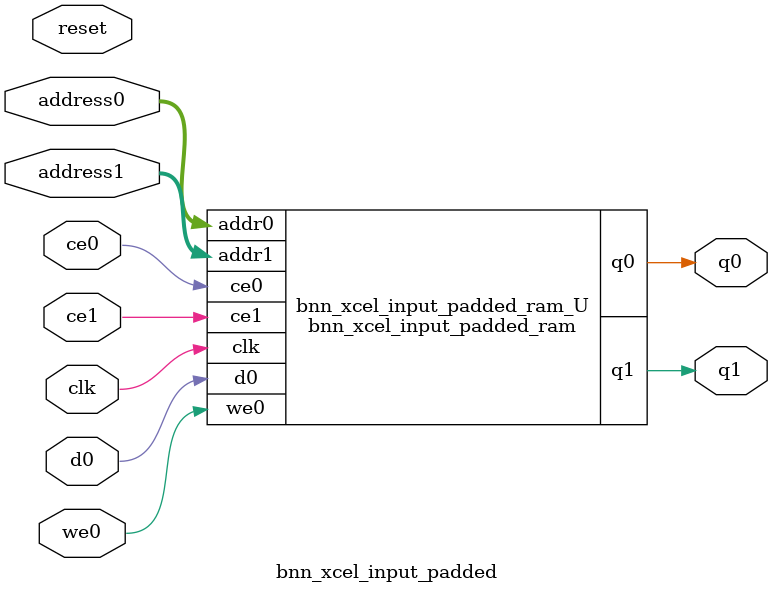
<source format=v>
`timescale 1 ns / 1 ps
module bnn_xcel_input_padded_ram (addr0, ce0, d0, we0, q0, addr1, ce1, q1,  clk);

parameter DWIDTH = 1;
parameter AWIDTH = 9;
parameter MEM_SIZE = 324;

input[AWIDTH-1:0] addr0;
input ce0;
input[DWIDTH-1:0] d0;
input we0;
output reg[DWIDTH-1:0] q0;
input[AWIDTH-1:0] addr1;
input ce1;
output reg[DWIDTH-1:0] q1;
input clk;

(* ram_style = "distributed" *)reg [DWIDTH-1:0] ram[0:MEM_SIZE-1];




always @(posedge clk)  
begin 
    if (ce0) begin
        if (we0) 
            ram[addr0] <= d0; 
        q0 <= ram[addr0];
    end
end


always @(posedge clk)  
begin 
    if (ce1) begin
        q1 <= ram[addr1];
    end
end


endmodule

`timescale 1 ns / 1 ps
module bnn_xcel_input_padded(
    reset,
    clk,
    address0,
    ce0,
    we0,
    d0,
    q0,
    address1,
    ce1,
    q1);

parameter DataWidth = 32'd1;
parameter AddressRange = 32'd324;
parameter AddressWidth = 32'd9;
input reset;
input clk;
input[AddressWidth - 1:0] address0;
input ce0;
input we0;
input[DataWidth - 1:0] d0;
output[DataWidth - 1:0] q0;
input[AddressWidth - 1:0] address1;
input ce1;
output[DataWidth - 1:0] q1;



bnn_xcel_input_padded_ram bnn_xcel_input_padded_ram_U(
    .clk( clk ),
    .addr0( address0 ),
    .ce0( ce0 ),
    .we0( we0 ),
    .d0( d0 ),
    .q0( q0 ),
    .addr1( address1 ),
    .ce1( ce1 ),
    .q1( q1 ));

endmodule


</source>
